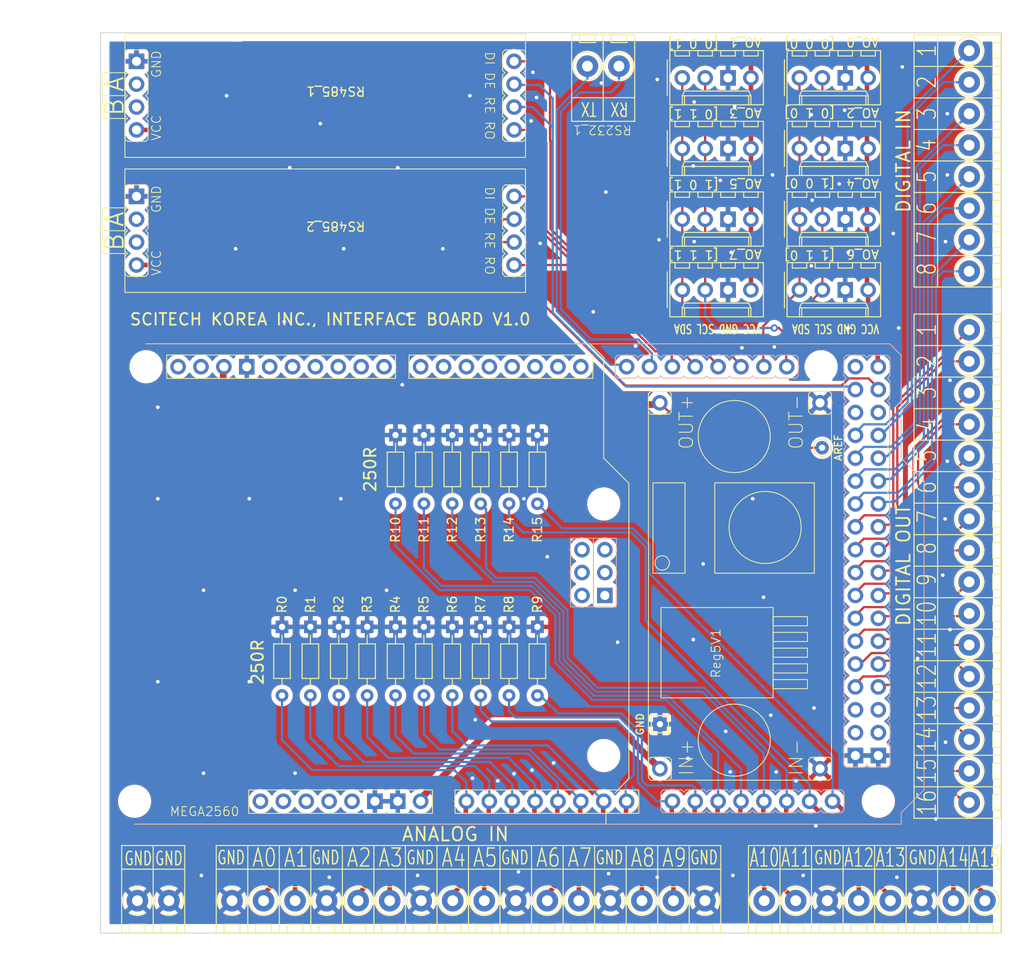
<source format=kicad_pcb>
(kicad_pcb (version 20221018) (generator pcbnew)

  (general
    (thickness 1.6)
  )

  (paper "A4")
  (layers
    (0 "F.Cu" signal)
    (31 "B.Cu" signal)
    (32 "B.Adhes" user "B.Adhesive")
    (33 "F.Adhes" user "F.Adhesive")
    (34 "B.Paste" user)
    (35 "F.Paste" user)
    (36 "B.SilkS" user "B.Silkscreen")
    (37 "F.SilkS" user "F.Silkscreen")
    (38 "B.Mask" user)
    (39 "F.Mask" user)
    (40 "Dwgs.User" user "User.Drawings")
    (41 "Cmts.User" user "User.Comments")
    (42 "Eco1.User" user "User.Eco1")
    (43 "Eco2.User" user "User.Eco2")
    (44 "Edge.Cuts" user)
    (45 "Margin" user)
    (46 "B.CrtYd" user "B.Courtyard")
    (47 "F.CrtYd" user "F.Courtyard")
    (48 "B.Fab" user)
    (49 "F.Fab" user)
    (50 "User.1" user)
    (51 "User.2" user)
    (52 "User.3" user)
    (53 "User.4" user)
    (54 "User.5" user)
    (55 "User.6" user)
    (56 "User.7" user)
    (57 "User.8" user)
    (58 "User.9" user)
  )

  (setup
    (stackup
      (layer "F.SilkS" (type "Top Silk Screen"))
      (layer "F.Paste" (type "Top Solder Paste"))
      (layer "F.Mask" (type "Top Solder Mask") (thickness 0.01))
      (layer "F.Cu" (type "copper") (thickness 0.035))
      (layer "dielectric 1" (type "core") (thickness 1.51) (material "FR4") (epsilon_r 4.5) (loss_tangent 0.02))
      (layer "B.Cu" (type "copper") (thickness 0.035))
      (layer "B.Mask" (type "Bottom Solder Mask") (thickness 0.01))
      (layer "B.Paste" (type "Bottom Solder Paste"))
      (layer "B.SilkS" (type "Bottom Silk Screen"))
      (copper_finish "None")
      (dielectric_constraints no)
    )
    (pad_to_mask_clearance 0)
    (aux_axis_origin 150 0)
    (pcbplotparams
      (layerselection 0x00010fc_ffffffff)
      (plot_on_all_layers_selection 0x0000000_00000000)
      (disableapertmacros false)
      (usegerberextensions false)
      (usegerberattributes true)
      (usegerberadvancedattributes true)
      (creategerberjobfile true)
      (dashed_line_dash_ratio 12.000000)
      (dashed_line_gap_ratio 3.000000)
      (svgprecision 4)
      (plotframeref false)
      (viasonmask false)
      (mode 1)
      (useauxorigin false)
      (hpglpennumber 1)
      (hpglpenspeed 20)
      (hpglpendiameter 15.000000)
      (dxfpolygonmode true)
      (dxfimperialunits true)
      (dxfusepcbnewfont true)
      (psnegative false)
      (psa4output false)
      (plotreference true)
      (plotvalue true)
      (plotinvisibletext false)
      (sketchpadsonfab false)
      (subtractmaskfromsilk false)
      (outputformat 1)
      (mirror false)
      (drillshape 0)
      (scaleselection 1)
      (outputdirectory "gerber/")
    )
  )

  (net 0 "")
  (net 1 "TX1")
  (net 2 "EN_485_1")
  (net 3 "RX1")
  (net 4 "TX2")
  (net 5 "A00")
  (net 6 "A01")
  (net 7 "A02")
  (net 8 "A03")
  (net 9 "A04")
  (net 10 "A05")
  (net 11 "A06")
  (net 12 "A07")
  (net 13 "A08")
  (net 14 "A09")
  (net 15 "A10")
  (net 16 "A11")
  (net 17 "A12")
  (net 18 "A13")
  (net 19 "A14")
  (net 20 "A15")
  (net 21 "VIN")
  (net 22 "AREF")
  (net 23 "GND")
  (net 24 "DO_00")
  (net 25 "DO_01")
  (net 26 "DO_02")
  (net 27 "DO_03")
  (net 28 "DO_04")
  (net 29 "DO_05")
  (net 30 "DO_06")
  (net 31 "DO_07")
  (net 32 "DO_08")
  (net 33 "DO_09")
  (net 34 "DO_10")
  (net 35 "DO_11")
  (net 36 "DO_12")
  (net 37 "DO_13")
  (net 38 "DO_14")
  (net 39 "DO_15")
  (net 40 "DI_00")
  (net 41 "DI_01")
  (net 42 "DI_02")
  (net 43 "DI_03")
  (net 44 "DI_04")
  (net 45 "DI_05")
  (net 46 "DI_06")
  (net 47 "DI_07")
  (net 48 "5V")
  (net 49 "SCL")
  (net 50 "SDA")
  (net 51 "EN_485_2")
  (net 52 "RX2")
  (net 53 "RX3")
  (net 54 "TX3")
  (net 55 "unconnected-(RS485_1-A-Pad6)")
  (net 56 "unconnected-(RS485_1-B-Pad7)")
  (net 57 "unconnected-(RS485_2-A-Pad6)")
  (net 58 "unconnected-(RS485_2-B-Pad7)")
  (net 59 "unconnected-(MEGA2560-PadSDA)")
  (net 60 "unconnected-(MEGA2560-PadSCL)")
  (net 61 "unconnected-(MEGA2560-SPI_SCK-PadSCK)")
  (net 62 "unconnected-(MEGA2560-SPI_RESET-PadRST2)")
  (net 63 "unconnected-(MEGA2560-RESET-PadRST1)")
  (net 64 "unconnected-(MEGA2560-SPI_MOSI-PadMOSI)")
  (net 65 "unconnected-(MEGA2560-SPI_MISO-PadMISO)")
  (net 66 "unconnected-(MEGA2560-IOREF-PadIORF)")
  (net 67 "unconnected-(MEGA2560-SPI_GND-PadGND4)")
  (net 68 "unconnected-(MEGA2560-D53_CS-PadD53)")
  (net 69 "unconnected-(MEGA2560-D52_SCK-PadD52)")
  (net 70 "unconnected-(MEGA2560-D51_MOSI-PadD51)")
  (net 71 "unconnected-(MEGA2560-D50_MISO-PadD50)")
  (net 72 "unconnected-(MEGA2560-PadD13)")
  (net 73 "unconnected-(MEGA2560-PadD12)")
  (net 74 "unconnected-(MEGA2560-PadD11)")
  (net 75 "unconnected-(MEGA2560-PadD10)")
  (net 76 "unconnected-(MEGA2560-PadD9)")
  (net 77 "unconnected-(MEGA2560-PadD8)")
  (net 78 "unconnected-(MEGA2560-PadD7)")
  (net 79 "unconnected-(MEGA2560-PadD6)")
  (net 80 "unconnected-(MEGA2560-PadD5)")
  (net 81 "unconnected-(MEGA2560-PadD4)")
  (net 82 "unconnected-(MEGA2560-D3_INT1-PadD3)")
  (net 83 "unconnected-(MEGA2560-D2_INT0-PadD2)")
  (net 84 "unconnected-(MEGA2560-D1{slash}TX0-PadD1)")
  (net 85 "unconnected-(MEGA2560-D0{slash}RX0-PadD0)")
  (net 86 "unconnected-(MEGA2560-5V-Pad5V3)")
  (net 87 "unconnected-(MEGA2560-SPI_5V-Pad5V2)")
  (net 88 "unconnected-(MEGA2560-5V-Pad5V1)")
  (net 89 "unconnected-(MEGA2560-3.3V-Pad3V3)")
  (net 90 "LED_2")
  (net 91 "LED_1")

  (footprint "ScitechKorea:Holder485" (layer "F.Cu") (at 125.91 70.8 90))

  (footprint "TestPoint:TestPoint_THTPad_D1.5mm_Drill0.7mm" (layer "F.Cu") (at 160.1 106.1 90))

  (footprint "ScitechKorea:Terminal_08" (layer "F.Cu") (at 153.675 156.4))

  (footprint "Resistor_THT:R_Axial_DIN0204_L3.6mm_D1.6mm_P7.62mm_Horizontal" (layer "F.Cu") (at 122.2 112.31 90))

  (footprint "Resistor_THT:R_Axial_DIN0204_L3.6mm_D1.6mm_P7.62mm_Horizontal" (layer "F.Cu") (at 119.05 112.31 90))

  (footprint "ScitechKorea:Terminal_02" (layer "F.Cu") (at 137.45 63.72 180))

  (footprint "Resistor_THT:R_Axial_DIN0204_L3.6mm_D1.6mm_P7.62mm_Horizontal" (layer "F.Cu") (at 125.35 112.31 90))

  (footprint "ScitechKorea:Holder485" (layer "F.Cu") (at 125.91 85.8 90))

  (footprint "Resistor_THT:R_Axial_DIN0204_L3.6mm_D1.6mm_P7.62mm_Horizontal" (layer "F.Cu") (at 115.9 133.61 90))

  (footprint "Resistor_THT:R_Axial_DIN0204_L3.6mm_D1.6mm_P7.62mm_Horizontal" (layer "F.Cu") (at 128.5 133.61 90))

  (footprint "ScitechKorea:I2C_Socket" (layer "F.Cu") (at 144.58 88.57))

  (footprint "ScitechKorea:Terminal_16" (layer "F.Cu") (at 94.6 156.4))

  (footprint "Resistor_THT:R_Axial_DIN0204_L3.6mm_D1.6mm_P7.62mm_Horizontal" (layer "F.Cu") (at 122.2 133.61 90))

  (footprint "Resistor_THT:R_Axial_DIN0204_L3.6mm_D1.6mm_P7.62mm_Horizontal" (layer "F.Cu") (at 125.35 133.61 90))

  (footprint "ScitechKorea:Terminal_16" (layer "F.Cu")
    (tstamp 82ba54e0-d9a3-4eb8-b16f-836390da95cf)
    (at 176.425 145.5 90)
    (property "Sheetfile" "megaPCB.kicad_sch")
    (property "Sheetname" "")
    (property "ki_description" "Generic screw terminal, single row, 01x16, script generated (kicad-library-utils/schlib/autogen/connector/)")
    (property "ki_keywords" "screw terminal")
    (path "/0a22604f-efdc-4349-aaa6-b8dfcb193ce4")
    (attr through_hole)
    (fp_text reference "J2" (at -6.1 -7.9 90 unlocked) (layer "F.SilkS") hide
        (effects (font (size 1 1) (thickness 0.1)))
      (tstamp 35139d77-017b-4936-a9a1-66e6e30b1ba5)
    )
    (fp_text value "Screw_Terminal_01x16" (at -6.1 -6.4 90 unlocked) (layer "F.Fab") hide
        (effects (font (size 1 1) (thickness 0.15)))
      (tstamp 93890ad7-21bd-4a77-93b8-0e8f63e71015)
    )
    (fp_text user "${REFERENCE}" (at 3.5 -4.8625 90) (layer "F.Fab")
        (effects (font (size 1 1) (thickness 0.15)))
      (tstamp 8269f258-0b3e-4053-9114-db944b6aed70)
    )
    (fp_line (start -1.75 -6.125) (end 54.25 -6.125)
      (stroke (width 0.12) (type solid)) (layer "F.SilkS") (tstamp 9c5f033d-d241-4000-a32f-090f75ffdff6))
    (fp_line (start -1.75 -3.5) (end -1.75 -6.125)
      (stroke (width 0.12) (type solid)) (layer "F.SilkS") (tstamp fa2a6b58-ada3-434c-86e3-235226c9d242))
    (fp_line (start -1.75 -3.5) (end -1.75 3.5)
      (stroke (width 0.12) (type solid)) (layer "F.SilkS") (tstamp f1329992-4e37-4aa2-be6a-064554492d32))
    (fp_line (start -1.75 -3.5) (end 54.25 -3.5)
      (stroke (width 0.12) (type solid)) (layer "F.SilkS") (tstamp 08afdbf9-77c4-4ca3-b46a-fd317d091ac7))
    (fp_line (start -1.75 3.5) (end 54.25 3.5)
      (stroke (width 0.12) (type solid)) (layer "F.SilkS") (tstamp 23e66bb2-a647-48c5-8542-2599a0247bb2))
    (fp_line (start -0.875 2.625) (end 0.875 2.625)
      (stroke (width 0.12) (type solid)) (layer "F.SilkS") (tstamp 7bcad752-1c77-423c-8841-cf588c73dd16))
    (fp_line (start -0.875 3.5) (end -0.875 2.625)
      (stroke (width 0.12) (type solid)) (layer "F.SilkS") (tstamp d8a86204-da31-428a-91a6-d84aa8e06daf))
    (fp_line (start 0.875 2.625) (end 0.875 3.5)
      (stroke (width 0.12) (type solid)) (layer "F.SilkS") (tstamp a94d1be1-5d3e-4478-9b9b-3df263765cc1))
    (fp_line (start 1.75 -6.125) (end 1.75 3.5)
      (stroke (width 0.12) (type solid)) (layer "F.SilkS") (tstamp 39051a52-0297-462a-99a8-cf2cb412fac7))
    (fp_line (start 2.625 2.625) (end 4.375 2.625)
      (stroke (width 0.12) (type solid)) (layer "F.SilkS") (tstamp 41b611a5-cb82-4f6a-a8dd-c4d07dc3d7db))
    (fp_line (start 2.625 3.5) (end 2.625 2.625)
      (stroke (width 0.12) (type solid)) (layer "F.SilkS") (tstamp dd18f381-2044-4e35-bd7a-8858ecab9fb5))
    (fp_line (start 4.375 2.625) (end 4.375 3.5)
      (stroke (width 0.12) (type solid)) (layer "F.SilkS") (tstamp 54f65a5a-ea43-4226-811e-82dac2064cc5))
    (fp_line (start 5.25 -6.125) (end 5.25 3.5)
      (stroke (width 0.12) (type solid)) (layer "F.SilkS") (tstamp 5fd48d34-d535-42a1-9176-5438df76bf51))
    (fp_line (start 6.125 2.625) (end 7.875 2.625)
      (stroke (width 0.12) (type solid)) (layer "F.SilkS") (tstamp 3ef2a0c3-9b14-49a7-ac23-6801ec6d404b))
    (fp_line (start 6.125 3.5) (end 6.125 2.625)
      (stroke (width 0.12) (type solid)) (layer "F.SilkS") (tstamp 03734158-0007-4fca-b6ab-d7c9a78dbad7))
    (fp_line (start 7.875 2.625) (end 7.875 3.5)
      (stroke (width 0.12) (type solid)) (layer "F.SilkS") (tstamp 3ddb5a8d-b4b5-4ef5-b2f1-09bcba19b399))
    (fp_line (start 8.75 -6.125) (end 8.75 3.5)
      (stroke (width 0.12) (type solid)) (layer "F.SilkS") (tstamp e317076b-2557-4fe8-a1ed-a1347e4bf7b7))
    (fp_line (start 9.625 2.625) (end 11.375 2.625)
      (stroke (width 0.12) (type solid)) (layer "F.SilkS") (tstamp d4978c4a-92c1-4dc7-a7b4-5a066d5ef432))
    (fp_line (start 9.625 3.5) (end 9.625 2.625)
      (stroke (width 0.12) (type solid)) (layer "F.SilkS") (tstamp c7b410bc-867a-4697-85a8-55393135f722))
    (fp_line (start 11.375 2.625) (end 11.375 3.5)
      (stroke (width 0.12) (type solid)) (layer "F.SilkS") (tstamp eabd3541-4b7a-4774-bd1a-91098f91bc43))
    (fp_line (start 12.25 -6.125) (end 12.25 3.5)
      (stroke (width 0.12) (type solid)) (layer "F.SilkS") (tstamp 0fa236aa-a9bb-4d98-acb6-eb3f057204c6))
    (fp_line (start 13.125 2.625) (end 14.875 2.625)
      (stroke (width 0.12) (type solid)) (layer "F.SilkS") (tstamp 9daa59bb-fcc1-4689-9df8-6861d7bafa28))
    (fp_line (start 13.125 3.5) (end 13.125 2.625)
      (stroke (width 0.12) (type solid)) (layer "F.SilkS") (tstamp 100d3f62-6421-4fbf-8b48-ae523f4863df))
    (fp_line (start 14.875 2.625) (end 14.875 3.5)
      (stroke (width 0.12) (type solid)) (layer "F.SilkS") (tstamp 5f44dbb4-6745-4f50-94a1-c7f9a7692501))
    (fp_line (start 15.75 -6.125) (end 15.75 3.5)
      (stroke (width 0.12) (type solid)) (layer "F.SilkS") (tstamp c1e67808-6184-4080-b8fc-e4b55592a3bb))
    (fp_line (start 16.625 2.625) (end 18.375 2.625)
      (stroke (width 0.12) (type solid)) (layer "F.SilkS") (tstamp 9c14edec-02ea-4096-841c-4d76e66a6d1b))
    (fp_line (start 16.625 3.5) (end 16.625 2.625)
      (stroke (width 0.12) (type solid)) (layer "F.SilkS") (tstamp d91e5d51-e674-48e2-adbf-54d64b69ba58))
    (fp_line (start 18.375 2.625) (end 18.375 3.5)
      (stroke (width 0.12) (type solid)) (layer "F.SilkS") (tstamp 43bf2c1d-7305-48c8-a2ee-614b71544ad8))
    (fp_line (start 19.25 -6.125) (end 19.25 3.5)
      (stroke (width 0.12) (type solid)) (layer "F.SilkS") (tstamp 5aafc7eb-62af-48f2-9c21-1dfe0d25b4c6))
    (fp_line (start 20.125 2.625) (end 21.875 2.625)
      (stroke (width 0.12) (type solid)) (layer "F.SilkS") (tstamp a4cca183-6c7c-41ec-830b-04b493464aa8))
    (fp_line (start 20.125 3.5) (end 20.125 2.625)
      (stroke (width 0.12) (type solid)) (layer "F.SilkS") (tstamp 839d9fff-93d4-4f9b-83d1-dab7c03c3bfc))
    (fp_line (start 21.875 2.625) (end 21.875 3.5)
      (stroke (width 0.12) (type solid)) (layer "F.SilkS") (tstamp 832a0668-8221-44e1-87af-2382bbcd4538))
    (fp_line (start 22.75 -6.125) (end 22.75 3.5)
      (stroke (width 0.12) (type solid)) (layer "F.SilkS") (tstamp de920423-d1c2-43c2-9d03-2cfc8c22c86f))
    (fp_line (start 23.625 2.625) (end 25.375 2.625)
      (stroke (width 0.12) (type solid)) (layer "F.SilkS") (tstamp e0dab445-9eec-4697-8bde-28cb65a64bb3))
    (fp_line (start 23.625 3.5) (end 23.625 2.625)
      (stroke (width 0.12) (type solid)) (layer "F.SilkS") (tstamp d845520d-a4fb-46b8-9f82-4ba8c38a36ff))
    (fp_line (start 25.375 2.625) (end 25.375 3.5)
      (stroke (width 0.12) (type solid)) (layer "F.SilkS") (tstamp dc883ddd-ee99-439a-a18a-75c980c6ee52))
    (fp_line (start 26.25 -6.125) (end 26.25 3.5)
      (stroke (width 0.12) (type solid)) (layer "F.SilkS") (tstamp c8fc3096-e7c1-4307-92c8-6ff448634727))
    (fp_line (start 27.125 2.625) (end 28.875 2.625)
      (stroke (width 0.12) (type solid)) (layer "F.SilkS") (tstamp 4097f69e-2bd5-412f-9a42-ed32adc2deb6))
    (fp_line (start 27.125 3.5) (end 27.125 2.625)
      (stroke (width 0.12) (type solid)) (layer "F.SilkS") (tstamp b156c731-2857-4292-a096-39d5cde6b472))
    (fp_line (start 28.875 2.625) (end 28.875 3.5)
      (stroke (width 0.12) (type solid)) (layer "F.SilkS") (tstamp 84c688f7-b3d5-430d-b6fa-fde2039f361d))
    (fp_line (start 29.75 -6.125) (end 29.75 3.5)
      (stroke (width 0.12) (type solid)) (layer "F.SilkS") (tstamp 5d4a4e7e-4223-4afa-a2d4-58d36a4f3128))
    (fp_line (start 30.625 2.625) (end 32.375 2.625)
      (stroke (width 0.12) (type solid)) (layer "F.SilkS") (tstamp 869b418d-cf9c-415a-bbca-f6fad4fad2a4))
    (fp_line (start 30.625 3.5) (end 30.625 2.625)
      (stroke (width 0.12) (type solid)) (layer "F.SilkS") (tstamp 247d828d-2ea6-45c5-9e55-ce3612b0f0cc))
    (fp_line (start 32.375 2.625) (end 32.375 3.5)
      (stroke (width 0.12) (type solid)) (layer "F.SilkS") (tstamp dcd7fb77-9231-461a-8acc-a95f314b4bfb))
    (fp_line (start 33.25 -6.125) (end 33.25 2.625)
      (stroke (width 0.12) (type solid)) (layer "F.SilkS") (tstamp ff47d419-5157-4c74-afe8-77da9f644c22))
    (fp_line (start 33.25 2.625) (end 33.25 3.5)
      (stroke (width 0.12) (type solid)) (layer "F.SilkS") (tstamp 338473d0-0455-4e88-aecc-9bc082d26e44))
    (fp_line (start 34.125 2.625) (end 35.875 2.625)
      (stroke (width 0.12) (type solid)) (layer "F.SilkS") (tstamp 45b540ca-6199-4142-861e-562714fef5e7))
    (fp_line (start 34.125 3.5) (end 34.125 2.625)
      (stroke (width 0.12) (type solid)) (layer "F.SilkS") (tstamp aa05f9a2-c1c3-4d93-9cba-5e84f0ae13bf))
    (fp_line (start 35.875 2.625) (end 35.875 3.5)
      (stroke (width 0.12) (type solid)) (layer "F.SilkS") (tstamp a6822e40-10ee-46e7-bcd8-c4939121af94))
    (fp_line (start 36.75 -6.125) (end 36.75 3.5)
      (stroke (width 0.12) (type solid)) (layer "F.SilkS") (tstamp 94d5e88a-4c6a-4786-8949-6e99ec7ba43d))
    (fp_line (start 37.625 2.625) (end 39.375 2.625)
      (stroke (width 0.12) (type solid)) (layer "F.SilkS") (tstamp 7465fb52-1638-4e88-8123-c5605d4b4eed))
    (fp_line (start 37.625 3.5) (end 37.625 2.625)
      (stroke (width 0.12) (type solid)) (layer "F.SilkS") (tstamp f490ef13-9e19-4f75-bdd3-d58e610e16fc))
    (fp_line (start 39.375 2.625) (end 39.375 3.5)
      (stroke (width 0.12) (type solid)) (layer "F.SilkS") (tstamp 124c379f-3596-489e-aaf3-9558ddc43a34))
    (fp_line (start 40.25 -6.125) (end 40.25 3.5)
      (stroke (width 0.12) (type solid)) (layer "F.SilkS") (tstamp 2769c7d6-dd36-423c-98a9-1f4136f2b50c))
    (fp_line (start 41.125 2.625) (end 42.875 2.625)
      (stroke (width 0.12) (type solid)) (layer "F.SilkS") (tstamp ce4a8778-611d-49fa-b67c-51ebc598ba18))
    (fp_line (start 41.125 3.5) (end 41.125 2.625)
      (stroke (width 0.12) (type solid)) (layer "F.SilkS") (tstamp 24b37d74-50ec-49e7-bfc0-2c6535f43ec9))
    (fp_line (start 42.875 2.625) (end 42.875 3.5)
      (stroke (width 0.12) (type solid)) (layer "F.SilkS") (tstamp 1da8847e-7d75-4496-9436-5d3602261fa2))
    (fp_line (start 43.75 -6.125) (end 43.75 3.5)
      (stroke (width 0.12) (type solid)) (layer "F.SilkS") (tstamp d5b4ffe8-4352-4008-9e7f-f26a303ed51b))
    (fp_line (start 44.625 2.625) (end 46.375 2.625)
      (stroke (width 0.12) (type solid)) (layer "F.SilkS") (tstamp e7e23770-005d-4a23-90e5-313a99a7ced7))
    (fp_line (start 44.625 3.5) (end 44.625 2.625)
      (stroke (width 0.12) (type solid)) (layer "F.SilkS") (tstamp b2a80f35-14d9-4492-a310-4ffaf2bab03f))
    (fp_line (start 46.375 2.625) (end 46.375 3.5)
      (stroke (width 0.12) (type solid)) (layer "F.SilkS") (tstamp ad71e2e2-002a-4767-a604-9ff80be10e30))
    (fp_line (start 47.25 -6.125) (end 47.25 3.5)
      (stroke (width 0.12) (type solid)) (layer "F.SilkS") (tstamp a08a2bd5-329d-42c2-95f3-3f1ef234894c))
    (fp_line (start 48.125 2.625) (end 49.875 2.625)
      (stroke (width 0.12) (type solid)) (layer "F.SilkS") (tstamp 5afa3da2-16a3-48fb-af80-244ee313faf1))
    (fp_line (start 48.125 3.5) (end 48.125 2.625)
      (stroke (width 0.12) (type solid)) (layer "F.SilkS") (tstamp 5d1090ba-14cb-4b14-b19e-7bd00c30843e))
    (fp_line (start 49.875 2.625) (end 49.875 3.5)
      (stroke (width 0.12) (type solid)) (layer "F.SilkS") (tstamp aac39643-3e1f-41fe-ae9f-0c3f4ff1f7aa))
    (fp_line (start 50.75 -6.125) (end 50.75 3.5)
      (stroke (width 0.12) (type solid)) (layer "F.SilkS") (tstamp 4ef3c708-98fa-4e56-9f1a-38f5cf6827a8))
    (fp_line (start 51.625 2.625) (end 53.375 2.625)
      (stroke (width 0.12) (type solid)) (layer "F.SilkS") (tstamp 41c5a88a-eedf-4247-857b-c0c7dd78860b))
    (fp_line (start 51.625 3.5) (end 51.625 2.625)
      (stroke (width 0.12) (type solid)) (layer "F.SilkS") (tstamp fb8b4ab5-ad2b-4253-8fdb-4301eb34ed3d))
    (fp_line (start 53.375 2.625) (end 53.375 3.5)
      (stroke (width 0.12) (type solid)) (layer "F.SilkS") (tstamp 7d30b97c-2b05-43bb-b1f3-2aaeb86c5654))
    (fp_line (start 54.25 -6.125) (end 54.25 -3.5)
      (stroke (width 0.12) (type solid)) (layer "F.SilkS") (tstamp 0c9725be-1871-42f2-8589-f67095bcb3e7))
    (fp_line (start 54.25 -3.5) (end 54.25 3.5)
      (stroke (width 0.12) (type solid)) (layer "F.SilkS") (tstamp e31b8b4a-8d54-4218-85c0-ef7d3321d5da))
    (fp_circle (center 0 0.0056) (end 1.555 0.0056)
      (stroke (width 0.12) (type solid)) (fill none) (layer "F.SilkS") (tstamp 82c82b69-b45a-4f78-955e-a57d0a43f427))
    (fp_circle (center 3.5 0) (end 5.055 0)
      (stroke (width 0.12) (type solid)) (fill none) (layer "F.SilkS") (tstamp cd9eee93-0c34-4e66-b426-5e8835b2b909))
    (fp_circle (center 7 0) (end 8.555 0)
      (stroke (width 0.12) (type solid)) (fill none) (layer "F.SilkS") (tstamp 1227902c-32b3-4fc2-b7a1-1479471a8285))
    (fp_circle (center 10.5 0) (end 12.055 0)
      (stroke (width 0.12) (type solid)) (fill none) (layer "F.SilkS") (tstamp 6a56f6b2-a6ea-48e0-a5e5-a8de2ee17645))
    (fp_circle (center 14 0) (end 15.555 0)
      (stroke (width 0.12) (type solid)) (fill none) (layer "F.SilkS") (tstamp 4d9b7b41-f46e-4b83-a22a-0c48357d4435))
    (fp_circle (center 17.5 0) (end 19.055 0)
      (stroke (width 0.12) (type solid)) (fill none) (layer "F.SilkS") (tstamp 1be20118-1c88-4c09-9bde-ec56484dbfc1))
    (fp_circle (center 21 0) (end 22.555 0)
      (stroke (width 0.12) (type solid)) (fill none) (layer "F.SilkS") (tstamp 76829dd2-5d7c-4871-af5d-53f76ae39fe8))
    (fp_circle (center 24.5 0) (end 26.055 0)
      (stroke (width 0.12) (type solid)) (fill none) (layer "F.SilkS") (tstamp d9aacc38-4527-421d-a299-430d02c21138))
    (fp_circle (center 28 0) (end 29.555 0)
      (stroke (width 0.12) (type solid)) (fill none) (layer "F.SilkS") (tstamp d6eb423d-e7ba-4f71-985d-d2c21ab73c2d))
    (fp_circle (center 31.5 0) (end 33.055 0)
      (stroke (width 0.12) (type solid)) (fill none) (layer "F.SilkS") (tstamp b4c43937-dd61-4086-b550-f27dc809c55c))
    (fp_circle (center 35 0) (end 36.555 0)
      (stroke (width 0.12) (type solid)) (fill none) (layer "F.SilkS") (tstamp bcfd142b-d010-444b-8f74-7941f4521956))
    (fp_circle (center 38.5 0) (end 40.055 0)
      (stroke (width 0.12) (type solid)) (fill none) (layer "F.SilkS") (tstamp f9aa4e51-e847-4499-8c2c-502d3cea0c04))
    (fp_circle (center 42 0) (end 43.555 0)
      (stroke (width 0.12) (type solid)) (fill none) (layer "F.SilkS") (tstamp 7bb68415-ecbb-4646-91f6-9f5d43e53b60))
    (fp_circle (center 45.5 0) (end 47.055 0)
      (stroke (width 0.12) (type solid)) (fill none) (layer "F.SilkS") (tstamp d2a58fad-a36f-453b-9d16-4a4d0c18a5af))
    (fp_circle (center 49 0) (end 50.555 0)
      (stroke (width 0.12) (type solid)) (fill none) (layer "F.SilkS") (tstamp 8b2c6d71-0d89-4be4-919d-a063f8c3ed3a))
    (fp_circle (center 52.5 0) (end 54.055 0)
      (stroke (width 0.12) (type solid)) (fill none) (layer "F.SilkS") (tstamp 364f19b8-72c7-4cac-a70f-ee4c97f34821))
    (fp_line (start -1.85 -3.6) (end -1.85 3.6)
      (stroke (width 0.05) (type solid)) (layer "F.CrtYd") (tstamp 7cbf74ee-4acb-412f-8cad-5904fa163fde))
    (fp_line (start -1.85 3.6) (end 54.35 3.6)
      (stroke (width 0.05) (type solid)) (layer "F.CrtYd") (tstamp ac5f3a83-af8d-4a57-9f19-9f6a5176ac2f))
    (fp_line (start 54.35 -3.6) (end -1.85 -3.6)
      (stroke (width 0.05) (type solid)) (layer "F.CrtYd") (tstamp 3aebe942-7822-4582-aada-dd8f741085e8))
    (fp_line (start 54.35 3.6) (end 54.35 -3.6)
      (stroke (width 0.05) (type solid)) (layer "F.CrtYd") (tstamp 3bf6c1b1-65c7-4269-bca7-47d735440d74))
    (fp_line (start -1.7 -3.4) (end 54.2 -3.4)
      (stroke (width 0.1) (type solid)) (layer "F.Fab") (tstamp f5d54fd2-cd8d-4507-aa4b-4e07619ce1c1))
    (fp_line (start -1.7 3.4) (end -1.7 -3.4)
      (stroke (width 0.1) (type solid)) (layer "F.Fab") (tstamp 97cbe4d4-3a8a-45ae-87fe-02f2ac5d4c1b))
    (fp_line (start -1.7 3.4) (end 54.2 3.4)
      (stroke (width 0.1) (type solid)) (layer "F.Fab") (tstamp bfe3873e-0fb4-40b2-b7bd-d752391d8f69))
    (fp_line (start -1.1 -0.069) (end -0.069 -0.069)
      (stroke (width 0.1) (type solid)) (layer "F.Fab") (tstamp b4e4de86-a2e5-4225-9cbe-494d0e2b870e))
    (fp_line (start -1.1 0.069) (end -1.1 -0.069)
      (stroke (width 0.1) (type solid)) (layer "F.Fab") (tstamp 62fb1aed-8be9-4abd-99ec-7d8ca3de9985))
    (fp_line (start -0.069 -1.1) (end 0.069 -1.1)
      (stroke (width 0.1) (type solid)) (layer "F.Fab") (tstamp 344d5b70-16c9-4576-affa-9ae96d921365))
    (fp_line (start -0.069 -0.069) (end -0.069 -1.1)
      (stroke (width 0.1) (type solid)) (layer "F.Fab") (tstamp 62fdf183-6c57-4814-b188-13d289a8ecdd))
    (fp_line (start -0.069 0.069) (end -1.1 0.069)
      (stroke (width 0.1) (type solid)) (layer "F.Fab") (tstamp 1c6c1a2c-8528-4b3c-af93-7015f83ddd17))
    (fp_line (start -0.069 1.1) (end -0.069 0.069)
      (stroke (width 0.1) (type solid)) (layer "F.Fab") (tstamp e88a8d31-86ee-481f-ac94-2b08cdc013ef))
    (fp_line (start 0.069 -1.1) (end 0.069 -0.069)
      (stroke (width 0.1) (type solid)) (layer "F.Fab") (tstamp ca1d2f86-d6f8-48b3-80ea-fc75d4bf8c6d))
    (fp_line (start 0.069 -0.069) (end 1.1 -0.069)
      (stroke (width 0.1) (type solid)) (layer "F.Fab") (tstamp eef2fb05-93ad-4320-9ea8-b4ea14f3fbb1))
    (fp_line (start 0.069 0.069) (end 0.069 1.1)
      (stroke (width 0.1) (type solid)) (layer "F.Fab") (tstamp 7abfddb5-2868-4284-954c-141d7337aa41))
    (fp_line (start 0.069 1.1) (end -0.069 1.1)
      (stroke (width 0.1) (type solid)) (layer "F.Fab") (tstamp 30e0aa1d-dac7-485c-acd5-79661c5dd3e4))
    (fp_line (start 1.1 -0.069) (end 1.1 0.069)
      (stroke (width 0.1) (type solid)) (layer "F.Fab") (tstamp c012df61-b10d-4ca9-8d04-2d2dc7f4de50))
    (fp_line (start 1.1 0.069) (end 0.069 0.069)
      (stroke (width 0.1) (type solid)) (layer "F.Fab") (tstamp 2c41d123-54c1-489b-acd7-bbf2160cad7b))
    (fp_line (start 2.4 -0.069) (end 3.431 -0.069)
      (stroke (width 0.1) (type solid)) (layer "F.Fab") (tstamp d1ed4a6f-e04e-4bae-9de4-99aee704eafb))
    (fp_line (start 2.4 0.069) (end 2.4 -0.069)
      (stroke (width 0.1) (type solid)) (layer "F.Fab") (tstamp 828552fe-e919-4ffc-b6bc-78ab4c227a1a))
    (fp_line (start 3.431 -1.1) (end 3.569 -1.1)
      (stroke (width 0.1) (type solid)) (layer "F.Fab") (tstamp 98982534-21f8-4208-a059-d65d6a05db88))
    (fp_line (start 3.431 -0.069) (end 3.431 -1.1)
      (stroke (width 0.1) (type solid)) (layer "F.Fab") (tstamp 74eeed57-9d61-4ddc-92a2-a33b5817cde7))
    (fp_line (start 3.431 0.069) (end 2.4 0.069)
      (stroke (width 0.1) (type solid)) (layer "F.Fab") (tstamp d4d879a1-cbda-41e6-9168-cf7d2ce27991))
    (fp_line (start 3.431 1.1) (end 3.431 0.069)
      (stroke (width 0.1) (type solid)) (layer "F.Fab") (tstamp 04432a53-045a-4111-9961-0fbb5a53e199))
    (fp_line (start 3.569 -1.1) (end 3.569 -0.069)
      (stroke (width 0.1) (type solid)) (layer "F.Fab") (tstamp fabea8af-2c1f-4026-a69b-ca9b9a659970))
    (fp_line (start 3.569 -0.069) (end 4.6 -0.069)
      (stroke (width 0.1) (type solid)) (layer "F.Fab") (tstamp 7e30e610-d068-477c-9ee8-34221ea7b378))
    (fp_line (start 3.569 0.069) (end 3.569 1.1)
      (stroke (width 0.1) (type solid)) (layer "F.Fab") (tstamp 2007175b-0d63-4680-8345-8ddf9d0eb40b))
    (fp_line (start 3.569 1.1) (end 3.431 1.1)
      (stroke (width 0.1) (type solid)) (layer "F.Fab") (tstamp b5774d88-bde0-4a01-8781-dc0c001af9ef))
    (fp_line (start 4.6 -0.069) (end 4.6 0.069)
      (stroke (width 0.1) (type solid)) (layer "F.Fab") (tstamp 55e5f508-e5ab-4b04-ad51-408dd898e075))
    (fp_line (start 4.6 0.069) (end 3.569 0.069)
      (stroke (width 0.1) (type solid)) (layer "F.Fab") (tstamp 4adc73f0-4cf8-4875-bba3-27c23a802d5a))
    (fp_line (start 5.9 -0.069) (end 6.931 -0.069)
      (stroke (width 0.1) (type solid)) (layer "F.Fab") (tstamp f66473c3-18fa-4b9c-8745-a5bf1bbd658a))
    (fp_line (start 5.9 0.069) (end 5.9 -0.069)
      (stroke (width 0.1) (type solid)) (layer "F.Fab") (tstamp 0c4e5d5d-e4d3-4b04-a45a-83fdd0a3f021))
    (fp_line (start 6.931 -1.1) (end 7.069 -1.1)
      (stroke (width 0.1) (type solid)) (layer "F.Fab") (tstamp 5210df8d-f3df-4677-831a-ed8c0554329a))
    (fp_line (start 6.931 -0.069) (end 6.931 -1.1)
      (stroke (width 0.1) (type solid)) (layer "F.Fab") (tstamp 51791ff4-0bd5-4533-9f6e-da00407211d3))
    (fp_line (start 6.931 0.069) (end 5.9 0.069)
      (stroke (width 0.1) (type solid)) (layer "F.Fab") (tstamp 26a3db4a-e96e-4723-8a81-9b22de359164))
    (fp_line (start 6.931 1.1) (end 6.931 0.069)
      (stroke (width 0.1) (type solid)) (layer "F.Fab") (tstamp f136981d-db64-49c7-a745-8d965fd0084f))
    (fp_line (start 7.069 -1.1) (end 7.069 -0.069)
      (stroke (width 0.1) (type solid)) (layer "F.Fab") (tstamp 30e15d00-5020-4238-ab54-9e2549a42295))
    (fp_line (start 7.069 -0.069) (end 8.1 -0.069)
      (stroke (width 0.1) (type solid)) (layer "F.Fab") (tstamp 2ac7d418-8128-45a5-a65f-ea10f4d1fc39))
    (fp_line (start 7.069 0.069) (end 7.069 1.1)
      (stroke (width 0.1) (type solid)) (layer "F.Fab") (tstamp 15169e7a-8122-47b8-868c-c2eafeca90f4))
    (fp_line (start 7.069 1.1) (end 6.931 1.1)
      (stroke (width 0.1) (type solid)) (layer "F.Fab") (tstamp df034f3c-5e8b-4850-865d-6fb9779fa1dc))
    (fp_line (start 8.1 -0.069) (end 8.1 0.069)
      (stroke (width 0.1) (type solid)) (layer "F.Fab") (tstamp 7ae13ec9-7b4d-45cb-8820-1729ac9a35ae))
    (fp_line (start 8.1 0.069) (end 7.069 0.069)
      (stroke (width 0.1) (type solid)) (layer "F.Fab") (tstamp 09297288-786f-41ec-8110-a7d55ef0b763))
    (fp_line (start 9.4 -0.069) (end 10.431 -0.069)
      (stroke (width 0.1) (type solid)) (layer "F.Fab") (tstamp b6c366c0-ae27-4b30-8f12-cfa9987f8a90))
    (fp_line (start 9.4 0.069) (end 9.4 -0.069)
      (stroke (width 0.1) (type solid)) (layer "F.Fab") (tstamp 29ca131d-5a9c-484e-af87-66fa59b77b0d))
    (fp_line (start 10.431 -1.1) (end 10.569 -1.1)
      (stroke (width 0.1) (type solid)) (layer "F.Fab") (tstamp 85f864f2-1d3f-44d7-aa97-6633dd1ba3e7))
    (fp_line (start 10.431 -0.069) (end 10.431 -1.1)
      (stroke (width 0.1) (type solid)) (layer "F.Fab") (tstamp 3c685ade-c92d-4744-8b9e-93f58bd72d56))
    (fp_line (start 10.431 0.069) (end 9.4 0.069)
      (stroke (width 0.1) (type solid)) (layer "F.Fab") (tstamp ce9d147d-474a-4e44-8c3b-aefe2a53b62c))
    (fp_line (start 10.431 1.1) (end 10.431 0.069)
      (stroke (width 0.1) (type solid)) (layer "F.Fab") (tstamp ded5a838-79b0-4649-b773-14ca651e1862))
    (fp_line (start 10.569 -1.1) (end 10.569 -0.069)
      (stroke (width 0.1) (type solid)) (layer "F.Fab") (tstamp 0bc2f808-08ec-44db-960f-e00452c752e9))
    (fp_line (start 10.569 -0.069) (end 11.6 -0.069)
      (stroke (width 0.1) (type solid)) (layer "F.Fab") (tstamp 071ac2a5-fdbd-4bed-87bd-fa4c98d2d229))
    (fp_line (start 10.569 0.069) (end 10.569 1.1)
      (stroke (width 0.1) (type solid)) (layer "F.Fab") (tstamp 74ce4bc5-e051-400e-976c-c1fcfe383a25))
    (fp_line (start 10.569 1.1) (end 10.431 1.1)
      (stroke (width 0.1) (type solid)) (layer "F.Fab") (tstamp 99274825-6e7d-4cad-8284-ea80750913ec))
    (fp_line (start 11.6 -0.069) (end 11.6 0.069)
      (stroke (width 0.1) (type solid)) (layer "F.Fab") (tstamp ed7aa672-a7c0-4fd2-bdb7-769554b0b8fb))
    (fp_line (start 11.6 0.069) (end 10.569 0.069)
      (stroke (width 0.1) (type solid)) (layer "F.Fab") (tstamp da788187-9073-4bd8-bf2f-c98ec315aeb5))
    (fp_line (start 12.9 -0.069) (end 13.931 -0.069)
      (stroke (width 0.1) (type solid)) (layer "F.Fab") (tstamp 8820c61d-c410-40c4-a16e-9a68d0991dde))
    (fp_line (start 12.9 0.069) (end 12.9 -0.069)
      (stroke (width 0.1) (type solid)) (layer "F.Fab") (tstamp f4ae155b-b3b6-4b83-abf7-c5d834449c1b))
    (fp_line (start 13.931 -1.1) (end 14.069 -1.1)
      (stroke (width 0.1) (type solid)) (layer "F.Fab") (tstamp 051ab3ca-2c4f-401f-8f0f-54929cd69b7f))
    (fp_line (start 13.931 -0.069) (end 13.931 -1.1)
      (stroke (width 0.1) (type solid)) (layer "F.Fab") (tstamp e09e8ebc-952e-4ded-967d-bab9a5b90828))
    (fp_line (start 13.931 0.069) (end 12.9 0.069)
      (stroke (width 0.1) (type solid)) (layer "F.Fab") (tstamp 31cd4a6c-a87e-4241-8de2-e1516550e297))
    (fp_line (start 13.931 1.1) (end 13.931 0.069)
      (stroke (width 0.1) (type solid)) (layer "F.Fab") (tstamp 434cb87a-c73c-4462-bdad-6bf845c35aa5))
    (fp_line (start 14.069 -1.1) (end 14.069 -0.069)
      (stroke (width 0.1) (type solid)) (layer "F.Fab") (tstamp 6f3b8372-15df-4786-b460-e92c0eb37a4f))
    (fp_line (start 14.069 -0.069) (end 15.1 -0.069)
      (stroke (width 0.1) (type solid)) (layer "F.Fab") (tstamp dba0313d-7333-4cf7-af12-64d8cc298b68))
    (fp_line (start 14.069 0.069) (end 14.069 1.1)
      (stroke (width 0.1) (type solid)) (layer "F.Fab") (tstamp fa17762a-ad83-476b-97ff-cc06a079d7ee))
    (fp_line (start 14.069 1.1) (end 13.931 1.1)
      (stroke (width 0.1) (type solid)) (layer "F.Fab") (tstamp 533c1721-a252-4d39-8059-7a0d2999a944))
    (fp_line (start 15.1 -0.069) (end 15.1 0.069)
      (stroke (width 0.1) (type solid)) (layer "F.Fab") (tstamp 557448ea-4c9f-4c6c-a917-36e54b1b43e5))
    (fp_line (start 15.1 0.069) (end 14.069 0.069)
      (stroke (width 0.1) (type solid)) (layer "F.Fab") (tstamp e007e509-708b-4d11-a175-238fa18877fa))
    (fp_line (start 16.4 -0.069) (end 17.431 -0.069)
      (stroke (width 0.1) (type solid)) (layer "F.Fab") (tstamp 0ac0edd7-dd11-4821-be63-8f2c8f028d97))
    (fp_line (start 16.4 0.069) (end 16.4 -0.069)
      (stroke (width 0.1) (type solid)) (layer "F.Fab") (tstamp 128e208a-a527-4ecb-91d8-29961e61263a))
    (fp_line (start 17.431 -1.1) (end 17.569 -1.1)
      (stroke (width 0.1) (type solid)) (layer "F.Fab") (tstamp 730f52c4-08ee-47ba-ac7a-e9206b35100a))
    (fp_line (start 17.431 -0.069) (end 17.431 -1.1)
      (stroke (width 0.1) (type solid)) (layer "F.Fab") (tstamp 5103b0c8-95e1-4893-8328-a66e0a15cf5c))
    (fp_line (start 17.431 0.069) (end 16.4 0.069)
      (stroke (width 0.1) (type solid)) (layer "F.Fab") (tstamp 0dc2a7ce-2ae6-495d-b7af-b4f29268a166))
    (fp_line (start 17.431 1.1) (end 17.431 0.069)
      (stroke (width 0.1) (type solid)) (layer "F.Fab") (tstamp 055b4d7c-f131-4867-abfa-869815824281))
    (fp_line (start 17.569 -1.1) (end 17.569 -0.069)
      (stroke (width 0.1) (type solid)) (layer "F.Fab") (tstamp 07227782-b49d-4976-9ae3-794e6ea16c14))
    (fp_line (start 17.569 -0.069) (end 18.6 -0.069)
      (stroke (width 0.1) (type solid)) (layer "F.Fab") (tstamp 101547ea-5e20-417e-994a-b5c368e682ee))
    (fp_line (start 17.569 0.069) (end 17.569 1.1)
      (stroke (width 0.1) (type solid)) (layer "F.Fab") (tstamp b694ccb9-81cb-408e-90cd-a273c9b2af10))
    (fp_line (start 17.569 1.1) (end 17.431 1.1)
      (stroke (width 0.1) (type solid)) (layer "F.Fab") (tstamp a26174f5-3bd0-428c-a392-ff880ef6bca3))
    (fp_line (start 18.6 -0.069) (end 18.6 0.069)
      (stroke (width 0.1) (type solid)) (layer "F.Fab") (tstamp 04b96f20-58a6-4975-a67d-96477a2c27e1))
    (fp_line (start 18.6 0.069) (end 17.569 0.069)
      (stroke (width 0.1) (type solid)) (layer "F.Fab") (tstamp 2906807b-e90c-4fbb-9b45-6443a61981d1))
    (fp_line (start 19.9 -0.069) (end 20.931 -0.069)
      (stroke (width 0.1) (type solid)) (layer "F.Fab") (tstamp 4a7f41aa-bb1c-42b1-a770-a2c8dc46a99f))
    (fp_line (start 19.9 0.069) (end 19.9 -0.069)
      (stroke (width 0.1) (type solid)) (layer "F.Fab") (tstamp 0e783e7e-4b40-4244-8c26-57282b52f47a))
    (fp_line (start 20.931 -1.1) (end 21.069 -1.1)
      (stroke (width 0.1) (type solid)) (layer "F.Fab") (tstamp a386418f-6d4a-4802-b72a-75e5e1590c9b))
    (fp_line (start 20.931 -0.069) (end 20.931 -1.1)
      (stroke (width 0.1) (type solid)) (layer "F.Fab") (tstamp 421c0d6f-3a80-4b6c-a548-c7b0e3df338f))
    (fp_line (start 20.931 0.069) (end 19.9 0.069)
      (stroke (width 0.1) (type solid)) (layer "F.Fab") (tstamp 4cd8bca2-7b3a-42b5-84bc-e4bc6b7551bb))
    (fp_line (start 20.931 1.1) (end 20.931 0.069)
      (stroke (width 0.1) (type solid)) (layer "F.Fab") (tstamp 33613e61-da23-4c31-9034-428304038cc9))
    (fp_line (start 21.069 -1.1) (end 21.069 -0.069)
      (stroke (width 0.1) (type solid)) (layer "F.Fab") (tstamp bf519f78-4830-4eac-a4b1-45170716290e))
    (fp_line (start 21.069 -0.069) (end 22.1 -0.069)
      (stroke (width 0.1) (type solid)) (layer "F.Fab") (tstamp 7c8d156c-5b3f-4573-bf17-8a1cbb1389f3))
    (fp_line (start 21.069 0.069) (end 21.069 1.1)
      (stroke (width 0.1) (type solid)) (layer "F.Fab") (tstamp eabf9200-3650-45c3-9961-6f44557c0bc7))
    (fp_line (start 21.069 1.1) (end 20.931 1.1)
      (stroke (width 0.1) (type solid)) (layer "F.Fab") (tstamp 4f0e4d8b-2f2a-4acd-9048-946917d6abf6))
    (fp_line (start 22.1 -0.069) (end 22.1 0.069)
      (stroke (width 0.1) (type solid)) (layer "F.Fab") (tstamp 19a17652-5080-4622-b78b-3198c4c9ca93))
    (fp_line (start 22.1 0.069) (end 21.069 0.069)
      (stroke (width 0.1) (type solid)) (layer "F.Fab") (tstamp 4d18f635-9620-4164-9b14-14a28f1c5da5))
    (fp_line (start 23.4 -0.069) (end 24.431 -0.069)
      (stroke (width 0.1) (type solid)) (layer "F.Fab") (tstamp 902b7560-201a-46b6-8513-cf4c2104f0f3))
    (fp_line (start 23.4 0.069) (end 23.4 -0.069)
      (stroke (width 0.1) (type solid)) (layer "F.Fab") (tstamp 39db401e-447b-4541-9617-74c8427b2476))
    (fp_line (start 24.431 -1.1) (end 24.569 -1.1)
      (stroke (width 0.1) (type solid)) (layer "F.Fab") (tstamp af7db955-1e3e-4a00-b905-f5c782c9296b))
    (fp_line (start 24.431 -0.069) (end 24.431 -1.1)
      (stroke (width 0.1) (type solid)) (layer "F.Fab") (tstamp 0d0b311e-5a60-4cfa-ae91-bd9a8131b2e2))
    (fp_line (start 24.431 0.069) (end 23.4 0.069)
      (stroke (width 0.1) (type solid)) (layer "F.Fab") (tstamp 27f3d77b-c0e3-4ff8-86db-8f86c6fff26b))
    (fp_line (start 24.431 1.1) (end 24.431 0.069)
      (stroke (width 0.1) (type solid)) (layer "F.Fab") (tstamp 74ae198a-59ec-4725-b148-fada2f6eb228))
    (fp_line (start 24.569 -1.1) (end 24.569 -0.069)
      (stroke (width 0.1) (type solid)) (layer "F.Fab") (tstamp dc6ba8f3-35b0-4937-a2de-0adfe00e68b0))
    (fp_line (start 24.569 -0.069) (end 25.6 -0.069)
      (stroke (width 0.1) (type solid)) (layer "F.Fab") (tstamp e2824ad5-47b7-4ef9-af65-57708d0e7a1f))
    (fp_line (start 24.569 0.069) (end 24.569 1.1)
      (stroke (width 0.1) (type solid)) (layer "F.Fab") (tstamp 63a0b93f-ecd2-498b-85ee-c576678721ea))
    (fp_line (start 24.569 1.1) (end 24.431 1.1)
      (stroke (width 0.1) (type solid)) (layer "F.Fab") (tstamp 8d59dea5-5622-45f8-a131-19bd6d11afd3))
    (fp_line (start 25.6 -0.069) (end 25.6 0.069)
      (stroke (width 0.1) (type solid)) (layer "F.Fab") (tstamp 12409d0c-ecd7-4e06-9005-6e0128740d81))
    (fp_line (start 25.6 0.069) (end 24.569 0.069)
      (stroke (width 0.1) (type solid)) (layer "F.Fab") (tstamp 1dc782d9-69e6-4ddc-b605-3a51223e84a6))
    (fp_line (start 26.9 -0.069) (end 27.931 -0.069)
      (stroke (width 0.1) (type solid)) (layer "F.Fab") (tstamp 765df3f5-0324-4e3e-8f63-da453c4134cb))
    (fp_line (start 26.9 0.069) (end 26.9 -0.069)
      (stroke (width 0.1) (type solid)) (layer "F.Fab") (tstamp c4658965-bf18-47a3-bff5-59974a9e667b))
    (fp_line (start 27.931 -1.1) (end 28.069 -1.1)
      (stroke (width 0.1) (type solid)) (layer "F.Fab") (tstamp 76c6b04e-2521-45b5-86ee-594cf3f09031))
    (fp_line (start 27.931 -0.069) (end 27.931 -1.1)
      (stroke (width 0.1) (type solid)) (layer "F.Fab") (tstamp 73290e39-1b4e-4a2e-98ed-bb079df90786))
    (fp_line (start 27.931 0.069) (end 26.9 0.069)
      (stroke (width 0.1) (type solid)) (layer "F.Fab") (tstamp 58cfce9f-64bb-4ec0-a715-5442642d4cff))
    (fp_line (start 27.931 1.1) (end 27.931 0.069)
      (stroke (width 0.1) (type solid)) (layer "F.Fab") (tstamp 1f07bbb8-d014-48de-b613-f854fc69ca1d))
    (fp_line (start 28.069 -1.1) (end 28.069 -0.069)
      (stroke (width 0.1) (type solid)) (layer "F.Fab") (tstamp d25408dd-aa90-48c9-be19-267248876e43))
    (fp_line (start 28.069 -0.069) (end 29.1 -0.069)
      (stroke (width 0.1) (type solid)) (layer "F.Fab") (tstamp b9769712-2871-41b5-9e4a-84d357a63bf2))
    (fp_line (start 28.069 0.069) (end 28.069 1.1)
      (stroke (width 0.1) (type solid)) (layer "F.Fab") (tstamp 23e85cd0-eb69-4e28-a346-db421cc8bdf1))
    (fp_line (start 28.069 1.1) (end 27.931 1.1)
      (stroke (width 0.1) (type solid)) (layer "F.Fab") (tstamp 5764849b-5f5b-478b-813a-316547f3832d))
    (fp_line (start 29.1 -0.069) (end 29.1 0.069)
      (stroke (width 0.1) (type solid)) (layer "F.Fab") (tstamp 5cb7445a-71bf-4446-ad07-a8f97df829de))
    (fp_line (start 29.1 0.069) (end 28.069 0.069)
      (stroke (width 0.1) (type solid)) (layer "F.Fab") (tstamp ca7b174b-5e64-45f2-a4e8-706aa0401be4))
    (fp_line (start 30.4 -0.069) (end 31.431 -0.069)
      (stroke (width 0.1) (type solid)) (layer "F.Fab") (tstamp 79273c6f-7760-495d-9165-e1e8b7304c35))
    (fp_line (start 30.4 0.069) (end 30.4 -0.069)
      (stroke (width 0.1) (type solid)) (layer "F.Fab") (tstamp 0cf17127-f30e-4bc0-b516-68889b6c432c))
    (fp_line (start 31.431 -1.1) (end 31.569 -1.1)
      (stroke (width 0.1) (type solid)) (layer "F.Fab") (tstamp cc0cacd2-1cd0-4716-b034-0eecab5598b3))
    (fp_line (start 31.431 -0.069) (end 31.431 -1.1)
      (stroke (width 0.1) (type solid)) (layer "F.Fab") (tstamp fe57cfd2-0514-46cd-a0db-d3cb403f838d))
    (fp_line (start 31.431 0.069) (end 30.4 0.069)
      (stroke (width 0.1) (type solid)) (layer "F.Fab") (tstamp 59d8807f-2e5e-4311-b290-83849b3fa131))
    (fp_line (start 31.431 1.1) (end 31.431 0.069)
      (stroke (width 0.1) (type solid)) (layer "F.Fab") (tstamp bafbc8c7-0b04-423a-8708-bcd436c0df5e))
    (fp_line (start 31.569 -1.1) (end 31.569 -0.069)
      (stroke (width 0.1) (type solid)) (layer "F.Fab") (tstamp 3b8c5c47-52a9-46ba-aee4-9afd256e7a29))
    (fp_line (start 31.569 -0.069) (end 32.6 -0.069)
      (stroke (width 0.1) (type solid)) (layer "F.Fab") (tstamp 5163db8a-fe7c-4f62-9995-82ea61cf3434))
    (fp_line (start 31.569 0.069) (end 31.569 1.1)
      (stroke (width 0.1) (type solid)) (layer "F.Fab") (tstamp 642d7691-4a26-4356-bb2f-ef75f254eebe))
    (fp_line (start 31.569 1.1) (end 31.431 1.1)
      (stroke (width 0.1) (type solid)) (layer "F.Fab") (tstamp 9133c852-2ec3-4e83-ad30-38218b0049e2))
    (fp_line (start 32.6 -0.069) (end 32.6 0.069)
      (stroke (width 0.1) (type solid)) (layer "F.Fab") (tstamp 4fcffc4a-8687-43c8-9bb4-04e315af1dd8))
    (fp_line (start 32.6 0.069) (end 31.569 0.069)
      (stroke (width 0.1) (type solid)) (layer "F.Fab") (tstamp c9013389-59b1-4af5-b10d-ff22f9e9bb92))
    (fp_line (start 33.9 -0.069) (end 34.931 -0.069)
      (stroke (width 0.1) (type solid)) (layer "F.Fab") (tstamp d9fa6311-eef7-4ac6-9262-95c806385e7f))
    (fp_line (start 33.9 0.069) (end 33.9 -0.069)
      (stroke (width 0.1) (type solid)) (layer "F.Fab") (tstamp b3f8cdfc-fdb4-4538-b0ed-577e448ff019))
    (fp_line (start 34.931 -1.1) (end 35.069 -1.1)
      (stroke (width 0.1) (type solid)) (layer "F.Fab") (tstamp 9d563b7c-bc77-467f-afe3-6814d9bef1e4))
    (fp_line (
... [1308268 chars truncated]
</source>
